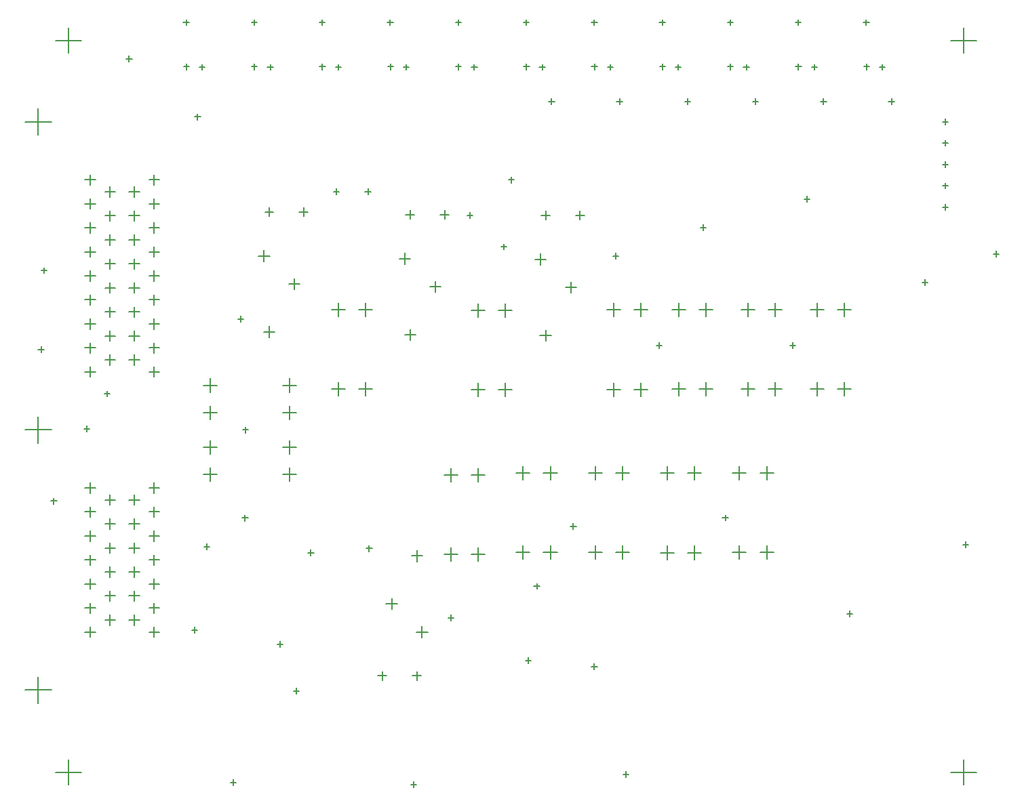
<source format=gbr>
%TF.GenerationSoftware,Altium Limited,Altium Designer,19.0.10 (269)*%
G04 Layer_Color=128*
%FSLAX26Y26*%
%MOIN*%
%TF.FileFunction,Drillmap*%
%TF.Part,Single*%
G01*
G75*
%TA.AperFunction,NonConductor*%
%ADD73C,0.005000*%
D73*
X1352087Y1765000D02*
X1419016D01*
X1385551Y1731535D02*
Y1798465D01*
X961535Y1765000D02*
X1028465D01*
X995000Y1731535D02*
Y1798465D01*
X1352087Y1898858D02*
X1419016D01*
X1385551Y1865394D02*
Y1932323D01*
X961535Y1898858D02*
X1028465D01*
X995000Y1865394D02*
Y1932323D01*
X961535Y2203780D02*
X1028465D01*
X995000Y2170315D02*
Y2237244D01*
X1352087Y2203780D02*
X1419016D01*
X1385551Y2170315D02*
Y2237244D01*
X961535Y2069921D02*
X1028465D01*
X995000Y2036457D02*
Y2103386D01*
X1352087Y2069921D02*
X1419016D01*
X1385551Y2036457D02*
Y2103386D01*
X1591379Y2186206D02*
X1658308D01*
X1624843Y2152742D02*
Y2219671D01*
X1591379Y2576757D02*
X1658308D01*
X1624843Y2543293D02*
Y2610222D01*
X1725237Y2186206D02*
X1792166D01*
X1758701Y2152742D02*
Y2219671D01*
X1725237Y2576757D02*
X1792166D01*
X1758701Y2543293D02*
Y2610222D01*
X2280025Y2181724D02*
X2346954D01*
X2313490Y2148260D02*
Y2215189D01*
X2280025Y2572276D02*
X2346954D01*
X2313490Y2538811D02*
Y2605740D01*
X2413883Y2181724D02*
X2480812D01*
X2447348Y2148260D02*
Y2215189D01*
X2413883Y2572276D02*
X2480812D01*
X2447348Y2538811D02*
Y2605740D01*
X2945700Y2183724D02*
X3012629D01*
X2979165Y2150260D02*
Y2217189D01*
X2945700Y2574276D02*
X3012629D01*
X2979165Y2540811D02*
Y2607740D01*
X3079559Y2183724D02*
X3146488D01*
X3113023Y2150260D02*
Y2217189D01*
X3079559Y2574276D02*
X3146488D01*
X3113023Y2540811D02*
Y2607740D01*
X3265897Y2184449D02*
X3332826D01*
X3299361Y2150984D02*
Y2217913D01*
X3265897Y2575000D02*
X3332826D01*
X3299361Y2541535D02*
Y2608465D01*
X3399755Y2184449D02*
X3466684D01*
X3433220Y2150984D02*
Y2217913D01*
X3399755Y2575000D02*
X3466684D01*
X3433220Y2541535D02*
Y2608465D01*
X3604782Y2184724D02*
X3671711D01*
X3638246Y2151260D02*
Y2218189D01*
X3604782Y2575276D02*
X3671711D01*
X3638246Y2541811D02*
Y2608740D01*
X3738640Y2184724D02*
X3805569D01*
X3772104Y2151260D02*
Y2218189D01*
X3738640Y2575276D02*
X3805569D01*
X3772104Y2541811D02*
Y2608740D01*
X3944914Y2184898D02*
X4011843D01*
X3978379Y2151434D02*
Y2218363D01*
X3944914Y2575450D02*
X4011843D01*
X3978379Y2541985D02*
Y2608914D01*
X4078772Y2184898D02*
X4145701D01*
X4112237Y2151434D02*
Y2218363D01*
X4078772Y2575450D02*
X4145701D01*
X4112237Y2541985D02*
Y2608914D01*
X3697772Y1771450D02*
X3764701D01*
X3731237Y1737985D02*
Y1804914D01*
X3697772Y1380898D02*
X3764701D01*
X3731237Y1347434D02*
Y1414363D01*
X3563914Y1771450D02*
X3630843D01*
X3597378Y1737985D02*
Y1804914D01*
X3563914Y1380898D02*
X3630843D01*
X3597378Y1347434D02*
Y1414363D01*
X3343422Y1771000D02*
X3410351D01*
X3376886Y1737535D02*
Y1804465D01*
X3343422Y1380449D02*
X3410351D01*
X3376886Y1346984D02*
Y1413913D01*
X3209564Y1771000D02*
X3276492D01*
X3243028Y1737535D02*
Y1804465D01*
X3209564Y1380449D02*
X3276492D01*
X3243028Y1346984D02*
Y1413913D01*
X2989106Y1771450D02*
X3056035D01*
X3022570Y1737985D02*
Y1804914D01*
X2989106Y1380898D02*
X3056035D01*
X3022570Y1347434D02*
Y1414363D01*
X2855247Y1771450D02*
X2922176D01*
X2888712Y1737985D02*
Y1804914D01*
X2855247Y1380898D02*
X2922176D01*
X2888712Y1347434D02*
Y1414363D01*
X2634237Y1771757D02*
X2701166D01*
X2667701Y1738293D02*
Y1805222D01*
X2634237Y1381206D02*
X2701166D01*
X2667701Y1347742D02*
Y1414670D01*
X2500378Y1771757D02*
X2567307D01*
X2533843Y1738293D02*
Y1805222D01*
X2500378Y1381206D02*
X2567307D01*
X2533843Y1347742D02*
Y1414670D01*
X2279850Y1763253D02*
X2346779D01*
X2313314Y1729789D02*
Y1796718D01*
X2279850Y1372702D02*
X2346779D01*
X2313314Y1339238D02*
Y1406167D01*
X2145992Y1763253D02*
X2212921D01*
X2179456Y1729789D02*
Y1796718D01*
X2145992Y1372702D02*
X2212921D01*
X2179456Y1339238D02*
Y1406167D01*
X695276Y2269685D02*
X746457D01*
X720866Y2244095D02*
Y2295276D01*
X695276Y2387795D02*
X746457D01*
X720866Y2362205D02*
Y2413386D01*
X695276Y2505905D02*
X746457D01*
X720866Y2480315D02*
Y2531496D01*
X695276Y2624016D02*
X746457D01*
X720866Y2598425D02*
Y2649606D01*
X695276Y2742126D02*
X746457D01*
X720866Y2716535D02*
Y2767716D01*
X695276Y2860236D02*
X746457D01*
X720866Y2834646D02*
Y2885827D01*
X695276Y2978347D02*
X746457D01*
X720866Y2952756D02*
Y3003937D01*
X695276Y3096457D02*
X746457D01*
X720866Y3070866D02*
Y3122047D01*
X695276Y3214567D02*
X746457D01*
X720866Y3188976D02*
Y3240157D01*
X596850Y2328740D02*
X648031D01*
X622441Y2303150D02*
Y2354331D01*
X596850Y2446850D02*
X648031D01*
X622441Y2421260D02*
Y2472441D01*
X596850Y2564961D02*
X648031D01*
X622441Y2539370D02*
Y2590551D01*
X596850Y2683071D02*
X648031D01*
X622441Y2657480D02*
Y2708661D01*
X596850Y2801181D02*
X648031D01*
X622441Y2775591D02*
Y2826772D01*
X596850Y2919291D02*
X648031D01*
X622441Y2893701D02*
Y2944882D01*
X596850Y3037402D02*
X648031D01*
X622441Y3011811D02*
Y3062992D01*
X596850Y3155512D02*
X648031D01*
X622441Y3129921D02*
Y3181102D01*
X478740Y2328740D02*
X529921D01*
X504331Y2303150D02*
Y2354331D01*
X478740Y2446850D02*
X529921D01*
X504331Y2421260D02*
Y2472441D01*
X478740Y2564961D02*
X529921D01*
X504331Y2539370D02*
Y2590551D01*
X478740Y2683071D02*
X529921D01*
X504331Y2657480D02*
Y2708661D01*
X478740Y2801181D02*
X529921D01*
X504331Y2775591D02*
Y2826772D01*
X478740Y2919291D02*
X529921D01*
X504331Y2893701D02*
Y2944882D01*
X478740Y3037402D02*
X529921D01*
X504331Y3011811D02*
Y3062992D01*
X478740Y3155512D02*
X529921D01*
X504331Y3129921D02*
Y3181102D01*
X380315Y2269685D02*
X431496D01*
X405906Y2244095D02*
Y2295276D01*
X380315Y2387795D02*
X431496D01*
X405906Y2362205D02*
Y2413386D01*
X380315Y2505905D02*
X431496D01*
X405906Y2480315D02*
Y2531496D01*
X380315Y2624016D02*
X431496D01*
X405906Y2598425D02*
Y2649606D01*
X380315Y2742126D02*
X431496D01*
X405906Y2716535D02*
Y2767716D01*
X380315Y2860236D02*
X431496D01*
X405906Y2834646D02*
Y2885827D01*
X380315Y2978347D02*
X431496D01*
X405906Y2952756D02*
Y3003937D01*
X380315Y3096457D02*
X431496D01*
X405906Y3070866D02*
Y3122047D01*
X380315Y3214567D02*
X431496D01*
X405906Y3188976D02*
Y3240157D01*
X85039Y704724D02*
X214961D01*
X150000Y639764D02*
Y769685D01*
X380315Y1698819D02*
X431496D01*
X405906Y1673228D02*
Y1724409D01*
X380315Y1580709D02*
X431496D01*
X405906Y1555118D02*
Y1606299D01*
X380315Y1462599D02*
X431496D01*
X405906Y1437008D02*
Y1488189D01*
X380315Y1344488D02*
X431496D01*
X405906Y1318898D02*
Y1370079D01*
X380315Y1226378D02*
X431496D01*
X405906Y1200787D02*
Y1251968D01*
X380315Y1108268D02*
X431496D01*
X405906Y1082677D02*
Y1133858D01*
X380315Y990158D02*
X431496D01*
X405906Y964567D02*
Y1015748D01*
X478740Y1639764D02*
X529921D01*
X504331Y1614173D02*
Y1665354D01*
X478740Y1521654D02*
X529921D01*
X504331Y1496063D02*
Y1547244D01*
X478740Y1403543D02*
X529921D01*
X504331Y1377953D02*
Y1429134D01*
X478740Y1285433D02*
X529921D01*
X504331Y1259843D02*
Y1311024D01*
X478740Y1167323D02*
X529921D01*
X504331Y1141732D02*
Y1192913D01*
X478740Y1049213D02*
X529921D01*
X504331Y1023622D02*
Y1074803D01*
X596850Y1639764D02*
X648031D01*
X622441Y1614173D02*
Y1665354D01*
X596850Y1521654D02*
X648031D01*
X622441Y1496063D02*
Y1547244D01*
X596850Y1403543D02*
X648031D01*
X622441Y1377953D02*
Y1429134D01*
X596850Y1285433D02*
X648031D01*
X622441Y1259843D02*
Y1311024D01*
X596850Y1167323D02*
X648031D01*
X622441Y1141732D02*
Y1192913D01*
X596850Y1049213D02*
X648031D01*
X622441Y1023622D02*
Y1074803D01*
X695276Y1698819D02*
X746457D01*
X720866Y1673228D02*
Y1724409D01*
X695276Y1580709D02*
X746457D01*
X720866Y1555118D02*
Y1606299D01*
X695276Y1462599D02*
X746457D01*
X720866Y1437008D02*
Y1488189D01*
X695276Y1344488D02*
X746457D01*
X720866Y1318898D02*
Y1370079D01*
X695276Y1226378D02*
X746457D01*
X720866Y1200787D02*
Y1251968D01*
X695276Y1108268D02*
X746457D01*
X720866Y1082677D02*
Y1133858D01*
X695276Y990158D02*
X746457D01*
X720866Y964567D02*
Y1015748D01*
X85039Y1984252D02*
X214961D01*
X150000Y1919291D02*
Y2049213D01*
X85039Y3500000D02*
X214961D01*
X150000Y3435039D02*
Y3564961D01*
X1151000Y1552000D02*
X1181000D01*
X1166000Y1537000D02*
Y1567000D01*
X1762000Y1401000D02*
X1792000D01*
X1777000Y1386000D02*
Y1416000D01*
X1475000Y1380000D02*
X1505000D01*
X1490000Y1365000D02*
Y1395000D01*
X4637500Y300000D02*
X4762500D01*
X4700000Y237500D02*
Y362500D01*
X4637500Y3900000D02*
X4762500D01*
X4700000Y3837500D02*
Y3962500D01*
X237500Y3900000D02*
X362500D01*
X300000Y3837500D02*
Y3962500D01*
X237500Y300000D02*
X362500D01*
X300000Y237500D02*
Y362500D01*
X2617097Y2449512D02*
X2672215D01*
X2644656Y2421953D02*
Y2477071D01*
X2591506Y2823528D02*
X2646624D01*
X2619065Y2795968D02*
Y2851086D01*
X2741112Y2685732D02*
X2796230D01*
X2768671Y2658173D02*
Y2713291D01*
X2792293Y3040063D02*
X2835600D01*
X2813947Y3018410D02*
Y3061716D01*
X2623002Y3040063D02*
X2666309D01*
X2644656Y3018410D02*
Y3061716D01*
X1951441Y2452449D02*
X2006560D01*
X1979001Y2424890D02*
Y2480008D01*
X1925851Y2826465D02*
X1980969D01*
X1953410Y2798906D02*
Y2854024D01*
X2075457Y2688670D02*
X2130575D01*
X2103016Y2661111D02*
Y2716229D01*
X2126638Y3043001D02*
X2169945D01*
X2148292Y3021347D02*
Y3064654D01*
X1957347Y3043001D02*
X2000654D01*
X1979001Y3021347D02*
Y3064654D01*
X1258441Y2466449D02*
X1313559D01*
X1286000Y2438890D02*
Y2494008D01*
X1232851Y2840465D02*
X1287969D01*
X1260410Y2812905D02*
Y2868023D01*
X1382457Y2702669D02*
X1437575D01*
X1410016Y2675110D02*
Y2730228D01*
X1433638Y3057000D02*
X1476945D01*
X1455292Y3035347D02*
Y3078653D01*
X1264347Y3057000D02*
X1307654D01*
X1286000Y3035347D02*
Y3078653D01*
X1984370Y1364551D02*
X2039488D01*
X2011929Y1336992D02*
Y1392110D01*
X2009961Y990535D02*
X2065079D01*
X2037520Y962976D02*
Y1018095D01*
X1860354Y1128331D02*
X1915472D01*
X1887913Y1100772D02*
Y1155890D01*
X1820984Y774000D02*
X1864291D01*
X1842638Y752346D02*
Y795654D01*
X1990275Y774000D02*
X2033582D01*
X2011929Y752346D02*
Y795654D01*
X920000Y3524000D02*
X948000D01*
X934000Y3510000D02*
Y3538000D01*
X3514000Y1553000D02*
X3542000D01*
X3528000Y1539000D02*
Y1567000D01*
X1757000Y3157000D02*
X1785000D01*
X1771000Y3143000D02*
Y3171000D01*
X2258663Y3040000D02*
X2286663D01*
X2272663Y3026000D02*
Y3054000D01*
X1602000Y3157000D02*
X1630000D01*
X1616000Y3143000D02*
Y3171000D01*
X2462217Y3214567D02*
X2490217D01*
X2476217Y3200567D02*
Y3228567D01*
X150695Y2380000D02*
X178695D01*
X164695Y2366000D02*
Y2394000D01*
X166000Y2769010D02*
X194000D01*
X180000Y2755010D02*
Y2783010D01*
X4330456Y3600000D02*
X4358456D01*
X4344456Y3586000D02*
Y3614000D01*
X3328396Y3600000D02*
X3356396D01*
X3342396Y3586000D02*
Y3614000D01*
X583000Y3810000D02*
X611000D01*
X597000Y3796000D02*
Y3824000D01*
X4846000Y2850000D02*
X4874000D01*
X4860000Y2836000D02*
Y2864000D01*
X213000Y1634278D02*
X241000D01*
X227000Y1620278D02*
Y1648278D01*
X476000Y2162952D02*
X504000D01*
X490000Y2148952D02*
Y2176952D01*
X376000Y1990000D02*
X404000D01*
X390000Y1976000D02*
Y2004000D01*
X3846000Y2400000D02*
X3874000D01*
X3860000Y2386000D02*
Y2414000D01*
X3188201Y2400000D02*
X3216201D01*
X3202201Y2386000D02*
Y2414000D01*
X2766726Y1510000D02*
X2794726D01*
X2780726Y1496000D02*
Y1524000D01*
X4696000Y1420000D02*
X4724000D01*
X4710000Y1406000D02*
Y1434000D01*
X4496000Y2710000D02*
X4524000D01*
X4510000Y2696000D02*
Y2724000D01*
X3916000Y3120000D02*
X3944000D01*
X3930000Y3106000D02*
Y3134000D01*
X3406000Y2980000D02*
X3434000D01*
X3420000Y2966000D02*
Y2994000D01*
X2976000Y2840465D02*
X3004000D01*
X2990000Y2826465D02*
Y2854465D01*
X2426000Y2884821D02*
X2454000D01*
X2440000Y2870821D02*
Y2898821D01*
X1156000Y1984252D02*
X1184000D01*
X1170000Y1970252D02*
Y1998252D01*
X1132000Y2530000D02*
X1160000D01*
X1146000Y2516000D02*
Y2544000D01*
X966000Y1410000D02*
X994000D01*
X980000Y1396000D02*
Y1424000D01*
X906000Y1000000D02*
X934000D01*
X920000Y986000D02*
Y1014000D01*
X1326000Y930000D02*
X1354000D01*
X1340000Y916000D02*
Y944000D01*
X2166000Y1060000D02*
X2194000D01*
X2180000Y1046000D02*
Y1074000D01*
X1406000Y700000D02*
X1434000D01*
X1420000Y686000D02*
Y714000D01*
X2587000Y1215000D02*
X2615000D01*
X2601000Y1201000D02*
Y1229000D01*
X2546000Y850000D02*
X2574000D01*
X2560000Y836000D02*
Y864000D01*
X2869776Y820000D02*
X2897776D01*
X2883776Y806000D02*
Y834000D01*
X4126000Y1080000D02*
X4154000D01*
X4140000Y1066000D02*
Y1094000D01*
X3026000Y290000D02*
X3054000D01*
X3040000Y276000D02*
Y304000D01*
X1981969Y240000D02*
X2009969D01*
X1995969Y226000D02*
Y254000D01*
X1096000Y250000D02*
X1124000D01*
X1110000Y236000D02*
Y264000D01*
X3951388Y3768482D02*
X3979388D01*
X3965388Y3754482D02*
Y3782482D01*
X1945644Y3768482D02*
X1973644D01*
X1959644Y3754482D02*
Y3782482D01*
X1611353Y3768482D02*
X1639353D01*
X1625353Y3754482D02*
Y3782482D01*
X1867888Y3770726D02*
X1895888D01*
X1881888Y3756726D02*
Y3784726D01*
X4596000Y3080000D02*
X4624000D01*
X4610000Y3066000D02*
Y3094000D01*
X4596000Y3185000D02*
X4624000D01*
X4610000Y3171000D02*
Y3199000D01*
X4596000Y3290000D02*
X4624000D01*
X4610000Y3276000D02*
Y3304000D01*
X4596000Y3395000D02*
X4624000D01*
X4610000Y3381000D02*
Y3409000D01*
X4596000Y3500000D02*
X4624000D01*
X4610000Y3486000D02*
Y3514000D01*
X3996977Y3600000D02*
X4024977D01*
X4010977Y3586000D02*
Y3614000D01*
X3662686Y3600000D02*
X3690686D01*
X3676686Y3586000D02*
Y3614000D01*
X3282806Y3768482D02*
X3310806D01*
X3296806Y3754482D02*
Y3782482D01*
X2994105Y3600000D02*
X3022105D01*
X3008105Y3586000D02*
Y3614000D01*
X2659814Y3600000D02*
X2687814D01*
X2673814Y3586000D02*
Y3614000D01*
X1277063Y3768482D02*
X1305063D01*
X1291063Y3754482D02*
Y3782482D01*
X1198323Y3989740D02*
X1226323D01*
X1212323Y3975740D02*
Y4003740D01*
X1199307Y3770726D02*
X1227307D01*
X1213307Y3756726D02*
Y3784726D01*
X1532613Y3989740D02*
X1560613D01*
X1546613Y3975740D02*
Y4003740D01*
X1533597Y3770726D02*
X1561597D01*
X1547597Y3756726D02*
Y3784726D01*
X3617097Y3768482D02*
X3645097D01*
X3631097Y3754482D02*
Y3782482D01*
X3538357Y3989740D02*
X3566357D01*
X3552357Y3975740D02*
Y4003740D01*
X3539341Y3770726D02*
X3567341D01*
X3553341Y3756726D02*
Y3784726D01*
X3872647Y3989740D02*
X3900647D01*
X3886647Y3975740D02*
Y4003740D01*
X3873632Y3770726D02*
X3901632D01*
X3887632Y3756726D02*
Y3784726D01*
X4285678Y3768482D02*
X4313678D01*
X4299678Y3754482D02*
Y3782482D01*
X4206938Y3989740D02*
X4234938D01*
X4220938Y3975740D02*
Y4003740D01*
X4207922Y3770726D02*
X4235922D01*
X4221922Y3756726D02*
Y3784726D01*
X1866904Y3989740D02*
X1894904D01*
X1880904Y3975740D02*
Y4003740D01*
X2279935Y3768482D02*
X2307935D01*
X2293935Y3754482D02*
Y3782482D01*
X2201194Y3989740D02*
X2229194D01*
X2215194Y3975740D02*
Y4003740D01*
X2202179Y3770726D02*
X2230179D01*
X2216179Y3756726D02*
Y3784726D01*
X2614225Y3768482D02*
X2642225D01*
X2628225Y3754482D02*
Y3782482D01*
X2535485Y3989740D02*
X2563485D01*
X2549485Y3975740D02*
Y4003740D01*
X2536469Y3770726D02*
X2564469D01*
X2550469Y3756726D02*
Y3784726D01*
X2948516Y3768482D02*
X2976516D01*
X2962516Y3754482D02*
Y3782482D01*
X2869776Y3989740D02*
X2897776D01*
X2883776Y3975740D02*
Y4003740D01*
X2870760Y3770726D02*
X2898760D01*
X2884760Y3756726D02*
Y3784726D01*
X3204066Y3989740D02*
X3232066D01*
X3218066Y3975740D02*
Y4003740D01*
X3205050Y3770726D02*
X3233050D01*
X3219050Y3756726D02*
Y3784726D01*
X942772Y3768482D02*
X970772D01*
X956772Y3754482D02*
Y3782482D01*
X864032Y3989740D02*
X892032D01*
X878032Y3975740D02*
Y4003740D01*
X865016Y3770726D02*
X893016D01*
X879016Y3756726D02*
Y3784726D01*
%TF.MD5,c3572930360163642b789d19d8bd6f54*%
M02*

</source>
